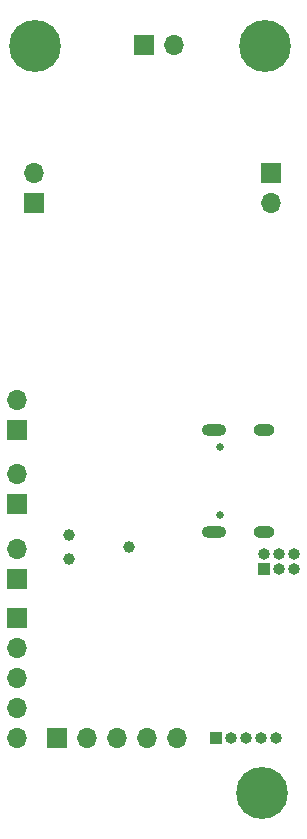
<source format=gbr>
%TF.GenerationSoftware,KiCad,Pcbnew,9.0.0*%
%TF.CreationDate,2025-11-20T17:42:06-05:00*%
%TF.ProjectId,pytheasFC_0.1.0,70797468-6561-4734-9643-5f302e312e30,0.1.0*%
%TF.SameCoordinates,PXbcd3d80PY660b0c0*%
%TF.FileFunction,Soldermask,Bot*%
%TF.FilePolarity,Negative*%
%FSLAX46Y46*%
G04 Gerber Fmt 4.6, Leading zero omitted, Abs format (unit mm)*
G04 Created by KiCad (PCBNEW 9.0.0) date 2025-11-20 17:42:06*
%MOMM*%
%LPD*%
G01*
G04 APERTURE LIST*
%ADD10R,1.000000X1.000000*%
%ADD11O,1.000000X1.000000*%
%ADD12C,0.700000*%
%ADD13C,4.400000*%
%ADD14R,1.700000X1.700000*%
%ADD15O,1.700000X1.700000*%
%ADD16C,0.650000*%
%ADD17O,2.100000X1.000000*%
%ADD18O,1.800000X1.000000*%
%ADD19C,0.990600*%
G04 APERTURE END LIST*
D10*
%TO.C,J4*%
X22860000Y22730000D03*
D11*
X22860000Y24000000D03*
X24130000Y22730000D03*
X24130000Y24000000D03*
X25400000Y22730000D03*
X25400000Y24000000D03*
%TD*%
D12*
%TO.C,H1*%
X21100000Y3750000D03*
X21583274Y4916726D03*
X21583274Y2583274D03*
X22750000Y5400000D03*
D13*
X22750000Y3750000D03*
D12*
X22750000Y2100000D03*
X23916726Y4916726D03*
X23916726Y2583274D03*
X24400000Y3750000D03*
%TD*%
%TO.C,H2*%
X21350000Y67000000D03*
X21833274Y68166726D03*
X21833274Y65833274D03*
X23000000Y68650000D03*
D13*
X23000000Y67000000D03*
D12*
X23000000Y65350000D03*
X24166726Y68166726D03*
X24166726Y65833274D03*
X24650000Y67000000D03*
%TD*%
D14*
%TO.C,J14*%
X23500000Y56275000D03*
D15*
X23500000Y53735000D03*
%TD*%
D16*
%TO.C,USB*%
X19185000Y27260000D03*
X19185000Y33040000D03*
D17*
X18685000Y25830000D03*
D18*
X22865000Y25830000D03*
D17*
X18685000Y34470000D03*
D18*
X22865000Y34470000D03*
%TD*%
D14*
%TO.C,J10*%
X2000000Y21860000D03*
D15*
X2000000Y24400000D03*
%TD*%
D14*
%TO.C,J15*%
X3375000Y53725000D03*
D15*
X3375000Y56265000D03*
%TD*%
D14*
%TO.C,J13*%
X12725000Y67125000D03*
D15*
X15265000Y67125000D03*
%TD*%
D14*
%TO.C,J9*%
X2000000Y34525000D03*
D15*
X2000000Y37065000D03*
%TD*%
D14*
%TO.C,J8*%
X2000000Y28200000D03*
D15*
X2000000Y30740000D03*
%TD*%
D19*
%TO.C,SWD*%
X11470000Y24565000D03*
X6390000Y23549000D03*
X6390000Y25581000D03*
%TD*%
D10*
%TO.C,J7*%
X18860000Y8400000D03*
D11*
X20130000Y8400000D03*
X21400000Y8400000D03*
X22670000Y8400000D03*
X23940000Y8400000D03*
%TD*%
D12*
%TO.C,H3*%
X1850000Y67000000D03*
X2333274Y68166726D03*
X2333274Y65833274D03*
X3500000Y68650000D03*
D13*
X3500000Y67000000D03*
D12*
X3500000Y65350000D03*
X4666726Y68166726D03*
X4666726Y65833274D03*
X5150000Y67000000D03*
%TD*%
D14*
%TO.C,J6*%
X5380000Y8400000D03*
D15*
X7920000Y8400000D03*
X10460000Y8400000D03*
X13000000Y8400000D03*
X15540000Y8400000D03*
%TD*%
D14*
%TO.C,J5*%
X2000000Y18540000D03*
D15*
X2000000Y16000000D03*
X2000000Y13460000D03*
X2000000Y10920000D03*
X2000000Y8380000D03*
%TD*%
M02*

</source>
